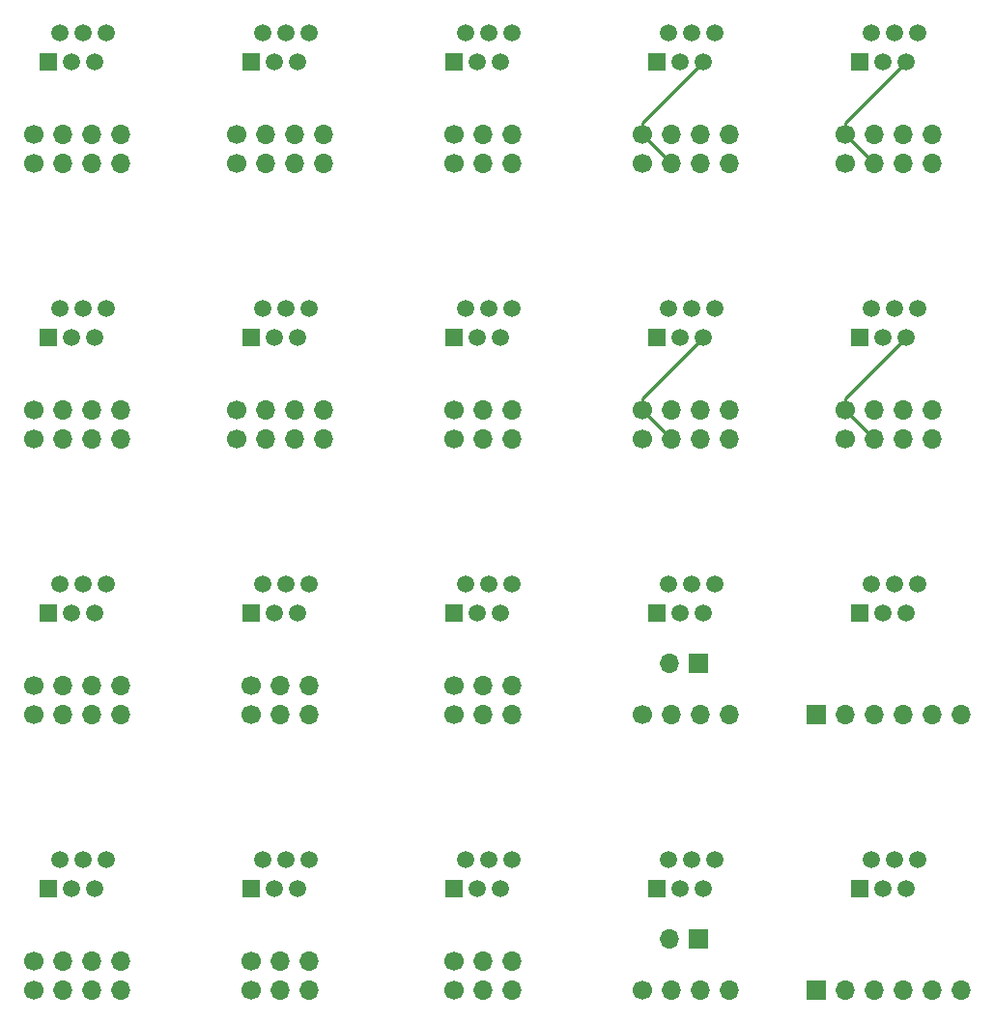
<source format=gbr>
G04 #@! TF.GenerationSoftware,KiCad,Pcbnew,5.1.5+dfsg1-2build2*
G04 #@! TF.CreationDate,2020-09-09T14:53:40-03:00*
G04 #@! TF.ProjectId,panel10x10,70616e65-6c31-4307-9831-302e6b696361,rev?*
G04 #@! TF.SameCoordinates,Original*
G04 #@! TF.FileFunction,Copper,L2,Bot*
G04 #@! TF.FilePolarity,Positive*
%FSLAX46Y46*%
G04 Gerber Fmt 4.6, Leading zero omitted, Abs format (unit mm)*
G04 Created by KiCad (PCBNEW 5.1.5+dfsg1-2build2) date 2020-09-09 14:53:40*
%MOMM*%
%LPD*%
G04 APERTURE LIST*
%ADD10R,1.700000X1.700000*%
%ADD11O,1.700000X1.700000*%
%ADD12R,1.520000X1.520000*%
%ADD13C,1.520000*%
%ADD14C,1.700000*%
%ADD15C,0.250000*%
G04 APERTURE END LIST*
D10*
X137160000Y-148590000D03*
D11*
X139700000Y-148590000D03*
X142240000Y-148590000D03*
X144780000Y-148590000D03*
X147320000Y-148590000D03*
X149860000Y-148590000D03*
D12*
X140970000Y-139700000D03*
D13*
X141990000Y-137160000D03*
X143010000Y-139700000D03*
X144030000Y-137160000D03*
X145050000Y-139700000D03*
X146070000Y-137160000D03*
D12*
X123190000Y-139700000D03*
D13*
X124210000Y-137160000D03*
X125230000Y-139700000D03*
X126250000Y-137160000D03*
X127270000Y-139700000D03*
X128290000Y-137160000D03*
D14*
X121920000Y-148590000D03*
D11*
X124460000Y-148590000D03*
X127000000Y-148590000D03*
X129540000Y-148590000D03*
D10*
X126856531Y-144156812D03*
D11*
X124316531Y-144156812D03*
X147320000Y-97790000D03*
X144780000Y-97790000D03*
X142240000Y-97790000D03*
D14*
X139700000Y-97790000D03*
D13*
X146070000Y-88900000D03*
X145050000Y-91440000D03*
X144030000Y-88900000D03*
X143010000Y-91440000D03*
X141990000Y-88900000D03*
D12*
X140970000Y-91440000D03*
D11*
X147320000Y-100330000D03*
X144780000Y-100330000D03*
X142240000Y-100330000D03*
D14*
X139700000Y-100330000D03*
X121920000Y-100330000D03*
D11*
X124460000Y-100330000D03*
X127000000Y-100330000D03*
X129540000Y-100330000D03*
D14*
X121920000Y-97790000D03*
D11*
X124460000Y-97790000D03*
X127000000Y-97790000D03*
X129540000Y-97790000D03*
D12*
X123190000Y-91440000D03*
D13*
X124210000Y-88900000D03*
X125230000Y-91440000D03*
X126250000Y-88900000D03*
X127270000Y-91440000D03*
X128290000Y-88900000D03*
X146070000Y-64770000D03*
X145050000Y-67310000D03*
X144030000Y-64770000D03*
X143010000Y-67310000D03*
X141990000Y-64770000D03*
D12*
X140970000Y-67310000D03*
D11*
X147320000Y-76200000D03*
X144780000Y-76200000D03*
X142240000Y-76200000D03*
D14*
X139700000Y-76200000D03*
D11*
X147320000Y-73660000D03*
X144780000Y-73660000D03*
X142240000Y-73660000D03*
D14*
X139700000Y-73660000D03*
X121920000Y-73660000D03*
D11*
X124460000Y-73660000D03*
X127000000Y-73660000D03*
X129540000Y-73660000D03*
D14*
X121920000Y-76200000D03*
D11*
X124460000Y-76200000D03*
X127000000Y-76200000D03*
X129540000Y-76200000D03*
D12*
X123190000Y-67310000D03*
D13*
X124210000Y-64770000D03*
X125230000Y-67310000D03*
X126250000Y-64770000D03*
X127270000Y-67310000D03*
X128290000Y-64770000D03*
D11*
X110490000Y-146050000D03*
X107950000Y-146050000D03*
D14*
X105410000Y-146050000D03*
D13*
X110510000Y-137160000D03*
X109490000Y-139700000D03*
X108470000Y-137160000D03*
X107450000Y-139700000D03*
X106430000Y-137160000D03*
D12*
X105410000Y-139700000D03*
D11*
X110490000Y-148590000D03*
X107950000Y-148590000D03*
D14*
X105410000Y-148590000D03*
X87630000Y-146050000D03*
D11*
X90170000Y-146050000D03*
X92710000Y-146050000D03*
D12*
X87630000Y-139700000D03*
D13*
X88650000Y-137160000D03*
X89670000Y-139700000D03*
X90690000Y-137160000D03*
X91710000Y-139700000D03*
X92730000Y-137160000D03*
D14*
X87630000Y-148590000D03*
D11*
X90170000Y-148590000D03*
X92710000Y-148590000D03*
D13*
X110510000Y-113030000D03*
X109490000Y-115570000D03*
X108470000Y-113030000D03*
X107450000Y-115570000D03*
X106430000Y-113030000D03*
D12*
X105410000Y-115570000D03*
D11*
X110490000Y-121920000D03*
X107950000Y-121920000D03*
D14*
X105410000Y-121920000D03*
D11*
X110490000Y-124460000D03*
X107950000Y-124460000D03*
D14*
X105410000Y-124460000D03*
X87630000Y-121920000D03*
D11*
X90170000Y-121920000D03*
X92710000Y-121920000D03*
D14*
X87630000Y-124460000D03*
D11*
X90170000Y-124460000D03*
X92710000Y-124460000D03*
D12*
X87630000Y-115570000D03*
D13*
X88650000Y-113030000D03*
X89670000Y-115570000D03*
X90690000Y-113030000D03*
X91710000Y-115570000D03*
X92730000Y-113030000D03*
D11*
X110490000Y-100330000D03*
X107950000Y-100330000D03*
D14*
X105410000Y-100330000D03*
D13*
X110510000Y-88900000D03*
X109490000Y-91440000D03*
X108470000Y-88900000D03*
X107450000Y-91440000D03*
X106430000Y-88900000D03*
D12*
X105410000Y-91440000D03*
D11*
X110490000Y-97790000D03*
X107950000Y-97790000D03*
D14*
X105410000Y-97790000D03*
X105410000Y-76200000D03*
D11*
X107950000Y-76200000D03*
X110490000Y-76200000D03*
D14*
X105410000Y-73660000D03*
D11*
X107950000Y-73660000D03*
X110490000Y-73660000D03*
D12*
X105410000Y-67310000D03*
D13*
X106430000Y-64770000D03*
X107450000Y-67310000D03*
X108470000Y-64770000D03*
X109490000Y-67310000D03*
X110510000Y-64770000D03*
D14*
X86360000Y-97790000D03*
D11*
X88900000Y-97790000D03*
X91440000Y-97790000D03*
X93980000Y-97790000D03*
D12*
X87630000Y-91440000D03*
D13*
X88650000Y-88900000D03*
X89670000Y-91440000D03*
X90690000Y-88900000D03*
X91710000Y-91440000D03*
X92730000Y-88900000D03*
D14*
X86360000Y-100330000D03*
D11*
X88900000Y-100330000D03*
X91440000Y-100330000D03*
X93980000Y-100330000D03*
X76200000Y-148590000D03*
X73660000Y-148590000D03*
X71120000Y-148590000D03*
D14*
X68580000Y-148590000D03*
D13*
X74950000Y-137160000D03*
X73930000Y-139700000D03*
X72910000Y-137160000D03*
X71890000Y-139700000D03*
X70870000Y-137160000D03*
D12*
X69850000Y-139700000D03*
D11*
X76200000Y-146050000D03*
X73660000Y-146050000D03*
X71120000Y-146050000D03*
D14*
X68580000Y-146050000D03*
X68580000Y-124460000D03*
D11*
X71120000Y-124460000D03*
X73660000Y-124460000D03*
X76200000Y-124460000D03*
D14*
X68580000Y-121920000D03*
D11*
X71120000Y-121920000D03*
X73660000Y-121920000D03*
X76200000Y-121920000D03*
D12*
X69850000Y-115570000D03*
D13*
X70870000Y-113030000D03*
X71890000Y-115570000D03*
X72910000Y-113030000D03*
X73930000Y-115570000D03*
X74950000Y-113030000D03*
D11*
X76200000Y-100330000D03*
X73660000Y-100330000D03*
X71120000Y-100330000D03*
D14*
X68580000Y-100330000D03*
D13*
X74950000Y-88900000D03*
X73930000Y-91440000D03*
X72910000Y-88900000D03*
X71890000Y-91440000D03*
X70870000Y-88900000D03*
D12*
X69850000Y-91440000D03*
D11*
X76200000Y-97790000D03*
X73660000Y-97790000D03*
X71120000Y-97790000D03*
D14*
X68580000Y-97790000D03*
X86360000Y-73660000D03*
D11*
X88900000Y-73660000D03*
X91440000Y-73660000D03*
X93980000Y-73660000D03*
D12*
X87630000Y-67310000D03*
D13*
X88650000Y-64770000D03*
X89670000Y-67310000D03*
X90690000Y-64770000D03*
X91710000Y-67310000D03*
X92730000Y-64770000D03*
D14*
X86360000Y-76200000D03*
D11*
X88900000Y-76200000D03*
X91440000Y-76200000D03*
X93980000Y-76200000D03*
X76200000Y-76200000D03*
X73660000Y-76200000D03*
X71120000Y-76200000D03*
D14*
X68580000Y-76200000D03*
D11*
X76200000Y-73660000D03*
X73660000Y-73660000D03*
X71120000Y-73660000D03*
D14*
X68580000Y-73660000D03*
D13*
X74950000Y-64770000D03*
X73930000Y-67310000D03*
X72910000Y-64770000D03*
X71890000Y-67310000D03*
X70870000Y-64770000D03*
D12*
X69850000Y-67310000D03*
D11*
X124316531Y-120026812D03*
D10*
X126856531Y-120026812D03*
D11*
X129540000Y-124460000D03*
X127000000Y-124460000D03*
X124460000Y-124460000D03*
D14*
X121920000Y-124460000D03*
D13*
X128290000Y-113030000D03*
X127270000Y-115570000D03*
X126250000Y-113030000D03*
X125230000Y-115570000D03*
X124210000Y-113030000D03*
D12*
X123190000Y-115570000D03*
D11*
X149860000Y-124460000D03*
X147320000Y-124460000D03*
X144780000Y-124460000D03*
X142240000Y-124460000D03*
X139700000Y-124460000D03*
D10*
X137160000Y-124460000D03*
D13*
X146070000Y-113030000D03*
X145050000Y-115570000D03*
X144030000Y-113030000D03*
X143010000Y-115570000D03*
X141990000Y-113030000D03*
D12*
X140970000Y-115570000D03*
D15*
X109390000Y-67310000D02*
X109490000Y-67310000D01*
X109390000Y-91440000D02*
X109490000Y-91440000D01*
X91610000Y-115570000D02*
X91710000Y-115570000D01*
X109390000Y-115570000D02*
X109490000Y-115570000D01*
X91610000Y-139700000D02*
X91710000Y-139700000D01*
X109390000Y-139700000D02*
X109490000Y-139700000D01*
X73830000Y-67310000D02*
X73930000Y-67310000D01*
X91610000Y-67310000D02*
X91710000Y-67310000D01*
X73830000Y-91440000D02*
X73930000Y-91440000D01*
X73830000Y-115570000D02*
X73930000Y-115570000D01*
X73830000Y-139700000D02*
X73930000Y-139700000D01*
X91610000Y-91440000D02*
X91710000Y-91440000D01*
X121920000Y-73660000D02*
X124460000Y-76200000D01*
X127270000Y-67310000D02*
X121920000Y-72660000D01*
X121920000Y-72660000D02*
X121920000Y-73660000D01*
X139700000Y-72660000D02*
X139700000Y-73660000D01*
X145050000Y-67310000D02*
X139700000Y-72660000D01*
X139700000Y-73660000D02*
X142240000Y-76200000D01*
X127270000Y-91440000D02*
X121920000Y-96790000D01*
X121920000Y-97790000D02*
X124460000Y-100330000D01*
X121920000Y-96790000D02*
X121920000Y-97790000D01*
X145050000Y-91440000D02*
X139700000Y-96790000D01*
X139700000Y-97790000D02*
X142240000Y-100330000D01*
X139700000Y-96790000D02*
X139700000Y-97790000D01*
X127170000Y-115570000D02*
X127270000Y-115570000D01*
X127170000Y-139700000D02*
X127270000Y-139700000D01*
M02*

</source>
